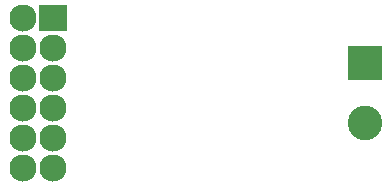
<source format=gbs>
G04 #@! TF.FileFunction,Soldermask,Bot*
%FSLAX46Y46*%
G04 Gerber Fmt 4.6, Leading zero omitted, Abs format (unit mm)*
G04 Created by KiCad (PCBNEW 4.0.2+dfsg1-stable) date ven. 15 mars 2019 11:09:51 CET*
%MOMM*%
G01*
G04 APERTURE LIST*
%ADD10C,0.100000*%
%ADD11R,2.400000X2.300000*%
%ADD12C,2.300000*%
%ADD13R,2.940000X2.940000*%
%ADD14C,2.940000*%
G04 APERTURE END LIST*
D10*
D11*
X136030000Y-98650000D03*
D12*
X136030000Y-101190000D03*
X136030000Y-103730000D03*
X136030000Y-106270000D03*
X136030000Y-108810000D03*
X136030000Y-111350000D03*
X133490000Y-98650000D03*
X133490000Y-101190000D03*
X133490000Y-103730000D03*
X133490000Y-106270000D03*
X133490000Y-108810000D03*
X133490000Y-111350000D03*
D13*
X162470000Y-102460000D03*
D14*
X162470000Y-107540000D03*
M02*

</source>
